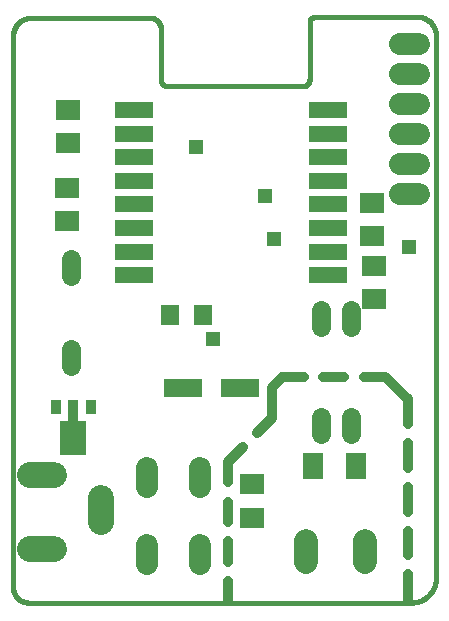
<source format=gts>
G75*
%MOIN*%
%OFA0B0*%
%FSLAX25Y25*%
%IPPOS*%
%LPD*%
%AMOC8*
5,1,8,0,0,1.08239X$1,22.5*
%
%ADD10C,0.03200*%
%ADD11C,0.01600*%
%ADD12R,0.06312X0.07099*%
%ADD13R,0.07887X0.07099*%
%ADD14R,0.12611X0.05524*%
%ADD15C,0.07200*%
%ADD16C,0.06400*%
%ADD17C,0.08674*%
%ADD18R,0.12611X0.06312*%
%ADD19R,0.03556X0.05131*%
%ADD20R,0.08674X0.11824*%
%ADD21R,0.03300X0.05800*%
%ADD22C,0.07900*%
%ADD23R,0.06706X0.09068*%
%ADD24R,0.05162X0.05162*%
D10*
X0077178Y0017130D02*
X0077178Y0023944D01*
X0077178Y0030344D02*
X0077178Y0037158D01*
X0077178Y0043558D02*
X0077178Y0050372D01*
X0077178Y0056772D02*
X0077178Y0063587D01*
X0082199Y0068607D01*
X0086724Y0073133D02*
X0091745Y0078154D01*
X0091745Y0088390D01*
X0095288Y0091933D01*
X0102439Y0091933D01*
X0108839Y0091933D02*
X0115990Y0091933D01*
X0122390Y0091933D02*
X0129540Y0091933D01*
X0137020Y0084453D01*
X0137020Y0076266D01*
X0137020Y0069866D02*
X0137020Y0061679D01*
X0137020Y0055279D02*
X0137020Y0047091D01*
X0137020Y0040691D02*
X0137020Y0032504D01*
X0137020Y0026104D02*
X0137020Y0017917D01*
D11*
X0138202Y0016736D02*
X0010643Y0016736D01*
X0010502Y0016738D01*
X0010361Y0016744D01*
X0010220Y0016753D01*
X0010080Y0016767D01*
X0009940Y0016785D01*
X0009801Y0016806D01*
X0009662Y0016831D01*
X0009524Y0016860D01*
X0009387Y0016893D01*
X0009250Y0016929D01*
X0009115Y0016969D01*
X0008981Y0017013D01*
X0008848Y0017061D01*
X0008717Y0017112D01*
X0008587Y0017167D01*
X0008459Y0017226D01*
X0008332Y0017287D01*
X0008207Y0017353D01*
X0008084Y0017422D01*
X0007963Y0017494D01*
X0007844Y0017569D01*
X0007727Y0017648D01*
X0007612Y0017730D01*
X0007499Y0017815D01*
X0007389Y0017903D01*
X0007282Y0017994D01*
X0007177Y0018089D01*
X0007074Y0018186D01*
X0006975Y0018285D01*
X0006878Y0018388D01*
X0006783Y0018493D01*
X0006692Y0018600D01*
X0006604Y0018710D01*
X0006519Y0018823D01*
X0006437Y0018938D01*
X0006358Y0019055D01*
X0006283Y0019174D01*
X0006211Y0019295D01*
X0006142Y0019418D01*
X0006076Y0019543D01*
X0006015Y0019670D01*
X0005956Y0019798D01*
X0005901Y0019928D01*
X0005850Y0020059D01*
X0005802Y0020192D01*
X0005758Y0020326D01*
X0005718Y0020461D01*
X0005682Y0020598D01*
X0005649Y0020735D01*
X0005620Y0020873D01*
X0005595Y0021012D01*
X0005574Y0021151D01*
X0005556Y0021291D01*
X0005542Y0021431D01*
X0005533Y0021572D01*
X0005527Y0021713D01*
X0005525Y0021854D01*
X0005524Y0021854D02*
X0005524Y0205713D01*
X0005526Y0205865D01*
X0005532Y0206017D01*
X0005542Y0206169D01*
X0005555Y0206320D01*
X0005573Y0206471D01*
X0005594Y0206622D01*
X0005620Y0206772D01*
X0005649Y0206921D01*
X0005682Y0207070D01*
X0005719Y0207217D01*
X0005759Y0207364D01*
X0005804Y0207509D01*
X0005852Y0207653D01*
X0005904Y0207796D01*
X0005959Y0207938D01*
X0006018Y0208078D01*
X0006081Y0208217D01*
X0006147Y0208354D01*
X0006217Y0208489D01*
X0006290Y0208622D01*
X0006367Y0208753D01*
X0006447Y0208883D01*
X0006530Y0209010D01*
X0006616Y0209135D01*
X0006706Y0209258D01*
X0006799Y0209378D01*
X0006895Y0209496D01*
X0006994Y0209612D01*
X0007096Y0209725D01*
X0007200Y0209835D01*
X0007308Y0209943D01*
X0007418Y0210047D01*
X0007531Y0210149D01*
X0007647Y0210248D01*
X0007765Y0210344D01*
X0007885Y0210437D01*
X0008008Y0210527D01*
X0008133Y0210613D01*
X0008260Y0210696D01*
X0008390Y0210776D01*
X0008521Y0210853D01*
X0008654Y0210926D01*
X0008789Y0210996D01*
X0008926Y0211062D01*
X0009065Y0211125D01*
X0009205Y0211184D01*
X0009347Y0211239D01*
X0009490Y0211291D01*
X0009634Y0211339D01*
X0009779Y0211384D01*
X0009926Y0211424D01*
X0010073Y0211461D01*
X0010222Y0211494D01*
X0010371Y0211523D01*
X0010521Y0211549D01*
X0010672Y0211570D01*
X0010823Y0211588D01*
X0010974Y0211601D01*
X0011126Y0211611D01*
X0011278Y0211617D01*
X0011430Y0211619D01*
X0011430Y0211618D02*
X0051194Y0211618D01*
X0051310Y0211616D01*
X0051426Y0211610D01*
X0051541Y0211601D01*
X0051656Y0211588D01*
X0051771Y0211571D01*
X0051885Y0211550D01*
X0051999Y0211525D01*
X0052111Y0211497D01*
X0052222Y0211465D01*
X0052333Y0211430D01*
X0052442Y0211391D01*
X0052550Y0211348D01*
X0052656Y0211302D01*
X0052761Y0211253D01*
X0052864Y0211200D01*
X0052966Y0211143D01*
X0053065Y0211084D01*
X0053162Y0211021D01*
X0053258Y0210955D01*
X0053351Y0210886D01*
X0053442Y0210814D01*
X0053530Y0210739D01*
X0053616Y0210661D01*
X0053699Y0210580D01*
X0053780Y0210497D01*
X0053858Y0210411D01*
X0053933Y0210323D01*
X0054005Y0210232D01*
X0054074Y0210139D01*
X0054140Y0210043D01*
X0054203Y0209946D01*
X0054262Y0209847D01*
X0054319Y0209745D01*
X0054372Y0209642D01*
X0054421Y0209537D01*
X0054467Y0209431D01*
X0054510Y0209323D01*
X0054549Y0209214D01*
X0054584Y0209103D01*
X0054616Y0208992D01*
X0054644Y0208880D01*
X0054669Y0208766D01*
X0054690Y0208652D01*
X0054707Y0208537D01*
X0054720Y0208422D01*
X0054729Y0208307D01*
X0054735Y0208191D01*
X0054737Y0208075D01*
X0054737Y0191146D01*
X0054739Y0191051D01*
X0054745Y0190956D01*
X0054754Y0190861D01*
X0054768Y0190767D01*
X0054785Y0190674D01*
X0054806Y0190581D01*
X0054830Y0190489D01*
X0054859Y0190398D01*
X0054890Y0190308D01*
X0054926Y0190220D01*
X0054965Y0190133D01*
X0055008Y0190048D01*
X0055053Y0189965D01*
X0055103Y0189884D01*
X0055155Y0189804D01*
X0055211Y0189727D01*
X0055269Y0189652D01*
X0055331Y0189580D01*
X0055396Y0189510D01*
X0055463Y0189443D01*
X0055533Y0189378D01*
X0055605Y0189316D01*
X0055680Y0189258D01*
X0055757Y0189202D01*
X0055837Y0189150D01*
X0055918Y0189100D01*
X0056001Y0189055D01*
X0056086Y0189012D01*
X0056173Y0188973D01*
X0056261Y0188937D01*
X0056351Y0188906D01*
X0056442Y0188877D01*
X0056534Y0188853D01*
X0056627Y0188832D01*
X0056720Y0188815D01*
X0056814Y0188801D01*
X0056909Y0188792D01*
X0057004Y0188786D01*
X0057099Y0188784D01*
X0057099Y0188783D02*
X0101981Y0188783D01*
X0101981Y0188784D02*
X0102076Y0188786D01*
X0102171Y0188792D01*
X0102266Y0188801D01*
X0102360Y0188815D01*
X0102453Y0188832D01*
X0102546Y0188853D01*
X0102638Y0188877D01*
X0102729Y0188906D01*
X0102819Y0188937D01*
X0102907Y0188973D01*
X0102994Y0189012D01*
X0103079Y0189055D01*
X0103162Y0189100D01*
X0103243Y0189150D01*
X0103323Y0189202D01*
X0103400Y0189258D01*
X0103475Y0189316D01*
X0103547Y0189378D01*
X0103617Y0189443D01*
X0103684Y0189510D01*
X0103749Y0189580D01*
X0103811Y0189652D01*
X0103869Y0189727D01*
X0103925Y0189804D01*
X0103977Y0189884D01*
X0104027Y0189965D01*
X0104072Y0190048D01*
X0104115Y0190133D01*
X0104154Y0190220D01*
X0104190Y0190308D01*
X0104221Y0190398D01*
X0104250Y0190489D01*
X0104274Y0190581D01*
X0104295Y0190674D01*
X0104312Y0190767D01*
X0104326Y0190861D01*
X0104335Y0190956D01*
X0104341Y0191051D01*
X0104343Y0191146D01*
X0104343Y0210043D01*
X0104345Y0210129D01*
X0104350Y0210215D01*
X0104360Y0210300D01*
X0104373Y0210385D01*
X0104390Y0210469D01*
X0104410Y0210553D01*
X0104434Y0210635D01*
X0104462Y0210716D01*
X0104493Y0210797D01*
X0104527Y0210875D01*
X0104565Y0210952D01*
X0104607Y0211028D01*
X0104651Y0211101D01*
X0104699Y0211172D01*
X0104750Y0211242D01*
X0104804Y0211309D01*
X0104860Y0211373D01*
X0104920Y0211435D01*
X0104982Y0211495D01*
X0105046Y0211551D01*
X0105113Y0211605D01*
X0105183Y0211656D01*
X0105254Y0211704D01*
X0105328Y0211748D01*
X0105403Y0211790D01*
X0105480Y0211828D01*
X0105558Y0211862D01*
X0105639Y0211893D01*
X0105720Y0211921D01*
X0105802Y0211945D01*
X0105886Y0211965D01*
X0105970Y0211982D01*
X0106055Y0211995D01*
X0106140Y0212005D01*
X0106226Y0212010D01*
X0106312Y0212012D01*
X0140170Y0212012D01*
X0140327Y0212010D01*
X0140484Y0212004D01*
X0140641Y0211994D01*
X0140797Y0211981D01*
X0140953Y0211963D01*
X0141109Y0211942D01*
X0141264Y0211916D01*
X0141418Y0211887D01*
X0141572Y0211854D01*
X0141724Y0211817D01*
X0141876Y0211777D01*
X0142027Y0211732D01*
X0142176Y0211684D01*
X0142324Y0211632D01*
X0142471Y0211577D01*
X0142617Y0211517D01*
X0142761Y0211455D01*
X0142903Y0211388D01*
X0143044Y0211318D01*
X0143183Y0211245D01*
X0143320Y0211168D01*
X0143455Y0211088D01*
X0143587Y0211004D01*
X0143718Y0210917D01*
X0143847Y0210827D01*
X0143973Y0210734D01*
X0144097Y0210638D01*
X0144219Y0210538D01*
X0144338Y0210436D01*
X0144454Y0210330D01*
X0144568Y0210222D01*
X0144679Y0210111D01*
X0144787Y0209997D01*
X0144893Y0209881D01*
X0144995Y0209762D01*
X0145095Y0209640D01*
X0145191Y0209516D01*
X0145284Y0209390D01*
X0145374Y0209261D01*
X0145461Y0209130D01*
X0145545Y0208998D01*
X0145625Y0208863D01*
X0145702Y0208726D01*
X0145775Y0208587D01*
X0145845Y0208446D01*
X0145912Y0208304D01*
X0145974Y0208160D01*
X0146034Y0208014D01*
X0146089Y0207867D01*
X0146141Y0207719D01*
X0146189Y0207570D01*
X0146234Y0207419D01*
X0146274Y0207267D01*
X0146311Y0207115D01*
X0146344Y0206961D01*
X0146373Y0206807D01*
X0146399Y0206652D01*
X0146420Y0206496D01*
X0146438Y0206340D01*
X0146451Y0206184D01*
X0146461Y0206027D01*
X0146467Y0205870D01*
X0146469Y0205713D01*
X0146469Y0025004D01*
X0146470Y0025004D02*
X0146468Y0024804D01*
X0146460Y0024605D01*
X0146448Y0024405D01*
X0146431Y0024206D01*
X0146410Y0024007D01*
X0146383Y0023809D01*
X0146352Y0023612D01*
X0146316Y0023415D01*
X0146275Y0023220D01*
X0146230Y0023025D01*
X0146180Y0022832D01*
X0146125Y0022640D01*
X0146065Y0022449D01*
X0146001Y0022260D01*
X0145933Y0022072D01*
X0145860Y0021886D01*
X0145782Y0021702D01*
X0145700Y0021520D01*
X0145614Y0021340D01*
X0145523Y0021162D01*
X0145428Y0020986D01*
X0145329Y0020812D01*
X0145225Y0020641D01*
X0145118Y0020473D01*
X0145006Y0020307D01*
X0144891Y0020144D01*
X0144772Y0019984D01*
X0144648Y0019827D01*
X0144521Y0019672D01*
X0144391Y0019521D01*
X0144256Y0019373D01*
X0144119Y0019229D01*
X0143977Y0019087D01*
X0143833Y0018950D01*
X0143685Y0018815D01*
X0143534Y0018685D01*
X0143379Y0018558D01*
X0143222Y0018434D01*
X0143062Y0018315D01*
X0142899Y0018200D01*
X0142733Y0018088D01*
X0142565Y0017981D01*
X0142394Y0017877D01*
X0142220Y0017778D01*
X0142044Y0017683D01*
X0141866Y0017592D01*
X0141686Y0017506D01*
X0141504Y0017424D01*
X0141320Y0017346D01*
X0141134Y0017273D01*
X0140946Y0017205D01*
X0140757Y0017141D01*
X0140566Y0017081D01*
X0140374Y0017026D01*
X0140181Y0016976D01*
X0139986Y0016931D01*
X0139791Y0016890D01*
X0139594Y0016854D01*
X0139397Y0016823D01*
X0139199Y0016796D01*
X0139000Y0016775D01*
X0138801Y0016758D01*
X0138601Y0016746D01*
X0138402Y0016738D01*
X0138202Y0016736D01*
D12*
X0068809Y0112697D03*
X0057785Y0112697D03*
D13*
X0023422Y0143957D03*
X0023422Y0154981D03*
X0023816Y0169942D03*
X0023816Y0180965D03*
X0085052Y0056106D03*
X0085052Y0045083D03*
X0125759Y0117917D03*
X0125759Y0128941D03*
X0125206Y0138783D03*
X0125206Y0149807D03*
D14*
X0110344Y0149469D03*
X0110344Y0157343D03*
X0110344Y0165217D03*
X0110344Y0173091D03*
X0110344Y0180965D03*
X0110344Y0141594D03*
X0110344Y0133720D03*
X0110344Y0125846D03*
X0045777Y0125846D03*
X0045777Y0133720D03*
X0045777Y0141594D03*
X0045777Y0149469D03*
X0045777Y0157343D03*
X0045777Y0165217D03*
X0045777Y0173091D03*
X0045777Y0180965D03*
D15*
X0050092Y0061557D02*
X0050092Y0055157D01*
X0050092Y0035957D02*
X0050092Y0029557D01*
X0067892Y0029557D02*
X0067892Y0035957D01*
X0067892Y0055157D02*
X0067892Y0061557D01*
X0134546Y0152787D02*
X0140946Y0152787D01*
X0140946Y0162787D02*
X0134546Y0162787D01*
X0134546Y0172787D02*
X0140946Y0172787D01*
X0140946Y0182787D02*
X0134546Y0182787D01*
X0134546Y0192787D02*
X0140946Y0192787D01*
X0140946Y0202787D02*
X0134546Y0202787D01*
D16*
X0118005Y0114108D02*
X0118005Y0108508D01*
X0108005Y0108508D02*
X0108005Y0114108D01*
X0108005Y0078508D02*
X0108005Y0072908D01*
X0118005Y0072908D02*
X0118005Y0078508D01*
X0024760Y0095730D02*
X0024760Y0101330D01*
X0024760Y0125730D02*
X0024760Y0131330D01*
D17*
X0019094Y0059331D02*
X0011220Y0059331D01*
X0011220Y0034528D02*
X0019094Y0034528D01*
X0034843Y0043583D02*
X0034843Y0051457D01*
D18*
X0062217Y0088390D03*
X0081115Y0088390D03*
D19*
X0031509Y0082031D03*
X0019698Y0082031D03*
D20*
X0025603Y0071598D03*
D21*
X0025603Y0071461D03*
X0025603Y0073429D03*
X0025603Y0075791D03*
X0025603Y0078941D03*
X0025603Y0081697D03*
X0025997Y0069098D03*
D22*
X0103162Y0037333D02*
X0103162Y0030233D01*
X0122847Y0030233D02*
X0122847Y0037333D01*
D23*
X0119698Y0062406D03*
X0105524Y0062406D03*
D24*
X0072060Y0104531D03*
X0092532Y0137996D03*
X0089383Y0152169D03*
X0066548Y0168705D03*
X0137414Y0135240D03*
M02*

</source>
